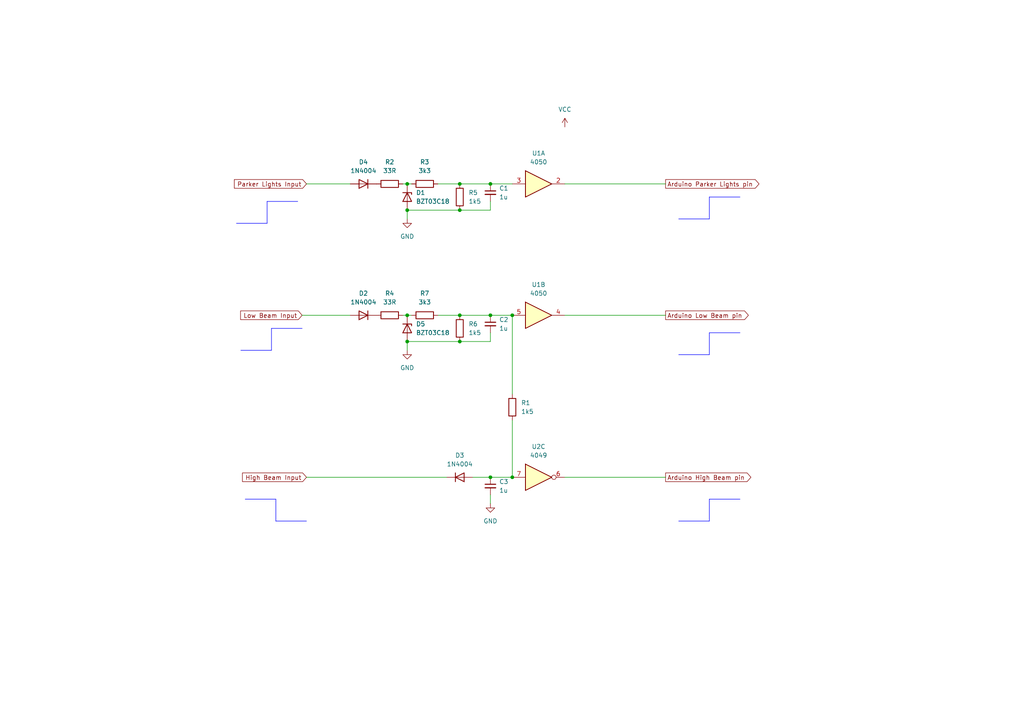
<source format=kicad_sch>
(kicad_sch (version 20230121) (generator eeschema)
  (paper "A4")
  (lib_symbols
    (symbol "4xxx:4049" (pin_names (offset 1.016))
      (property "Reference" "U" (at 0 1.27 0))
      (property "Value" "4049" (at 0 -1.27 0))
      (symbol "4049_1_0"
        (polyline (pts (xy -3.81 3.81) (xy -3.81 -3.81) (xy 3.81 0) (xy -3.81 3.81)) (stroke (width 0.254)) (fill (type background)))
        (pin output inverted (at 7.62 0 180) (length 3.81) (name "~") (number "2"))
        (pin input line (at -7.62 0 0) (length 3.81) (name "~") (number "3"))
      )
      (symbol "4049_2_0"
        (polyline (pts (xy -3.81 3.81) (xy -3.81 -3.81) (xy 3.81 0) (xy -3.81 3.81)) (stroke (width 0.254)) (fill (type background)))
        (pin output inverted (at 7.62 0 180) (length 3.81) (name "~") (number "4"))
        (pin input line (at -7.62 0 0) (length 3.81) (name "~") (number "5"))
      )
      (symbol "4049_3_0"
        (polyline (pts (xy -3.81 3.81) (xy -3.81 -3.81) (xy 3.81 0) (xy -3.81 3.81)) (stroke (width 0.254)) (fill (type background)))
        (pin output inverted (at 7.62 0 180) (length 3.81) (name "~") (number "6"))
        (pin input line (at -7.62 0 0) (length 3.81) (name "~") (number "7"))
      )
      (symbol "4049_4_0"
        (polyline (pts (xy -3.81 3.81) (xy -3.81 -3.81) (xy 3.81 0) (xy -3.81 3.81)) (stroke (width 0.254)) (fill (type background)))
        (pin output inverted (at 7.62 0 180) (length 3.81) (name "~") (number "10"))
        (pin input line (at -7.62 0 0) (length 3.81) (name "~") (number "9"))
      )
      (symbol "4049_5_0"
        (polyline (pts (xy -3.81 3.81) (xy -3.81 -3.81) (xy 3.81 0) (xy -3.81 3.81)) (stroke (width 0.254)) (fill (type background)))
        (pin input line (at -7.62 0 0) (length 3.81) (name "~") (number "11"))
        (pin output inverted (at 7.62 0 180) (length 3.81) (name "~") (number "12"))
      )
      (symbol "4049_6_0"
        (polyline (pts (xy -3.81 3.81) (xy -3.81 -3.81) (xy 3.81 0) (xy -3.81 3.81)) (stroke (width 0.254)) (fill (type background)))
        (pin input line (at -7.62 0 0) (length 3.81) (name "~") (number "14"))
        (pin output inverted (at 7.62 0 180) (length 3.81) (name "~") (number "15"))
      )
      (symbol "4049_7_0"
        (pin power_in line (at 0 12.7 270) (length 5.08) (name "VCC") (number "1"))
        (pin power_in line (at 0 -12.7 90) (length 5.08) (name "VSS") (number "8"))
      )
      (symbol "4049_7_1"
        (rectangle (start -5.08 7.62) (end 5.08 -7.62) (stroke (width 0.254)) (fill (type background)))
      )
    )
    (symbol "4xxx:4050" (pin_names (offset 1.016))
      (property "Reference" "U" (at 0 1.27 0))
      (property "Value" "4050" (at 0 -1.27 0))
      (symbol "4050_1_0"
        (polyline (pts (xy -3.81 3.81) (xy -3.81 -3.81) (xy 3.81 0) (xy -3.81 3.81)) (stroke (width 0.254)) (fill (type background)))
        (pin output line (at 7.62 0 180) (length 3.81) (name "~") (number "2"))
        (pin input line (at -7.62 0 0) (length 3.81) (name "~") (number "3"))
      )
      (symbol "4050_2_0"
        (polyline (pts (xy -3.81 3.81) (xy -3.81 -3.81) (xy 3.81 0) (xy -3.81 3.81)) (stroke (width 0.254)) (fill (type background)))
        (pin output line (at 7.62 0 180) (length 3.81) (name "~") (number "4"))
        (pin input line (at -7.62 0 0) (length 3.81) (name "~") (number "5"))
      )
      (symbol "4050_3_0"
        (polyline (pts (xy -3.81 3.81) (xy -3.81 -3.81) (xy 3.81 0) (xy -3.81 3.81)) (stroke (width 0.254)) (fill (type background)))
        (pin output line (at 7.62 0 180) (length 3.81) (name "~") (number "6"))
        (pin input line (at -7.62 0 0) (length 3.81) (name "~") (number "7"))
      )
      (symbol "4050_4_0"
        (polyline (pts (xy -3.81 3.81) (xy -3.81 -3.81) (xy 3.81 0) (xy -3.81 3.81)) (stroke (width 0.254)) (fill (type background)))
        (pin output line (at 7.62 0 180) (length 3.81) (name "~") (number "10"))
        (pin input line (at -7.62 0 0) (length 3.81) (name "~") (number "9"))
      )
      (symbol "4050_5_0"
        (polyline (pts (xy -3.81 3.81) (xy -3.81 -3.81) (xy 3.81 0) (xy -3.81 3.81)) (stroke (width 0.254)) (fill (type background)))
        (pin input line (at -7.62 0 0) (length 3.81) (name "~") (number "11"))
        (pin output line (at 7.62 0 180) (length 3.81) (name "~") (number "12"))
      )
      (symbol "4050_6_0"
        (polyline (pts (xy -3.81 3.81) (xy -3.81 -3.81) (xy 3.81 0) (xy -3.81 3.81)) (stroke (width 0.254)) (fill (type background)))
        (pin input line (at -7.62 0 0) (length 3.81) (name "~") (number "14"))
        (pin output line (at 7.62 0 180) (length 3.81) (name "~") (number "15"))
      )
      (symbol "4050_7_0"
        (pin power_in line (at 0 12.7 270) (length 5.08) (name "VCC") (number "1"))
        (pin power_in line (at 0 -12.7 90) (length 5.08) (name "VSS") (number "8"))
      )
      (symbol "4050_7_1"
        (rectangle (start -5.08 7.62) (end 5.08 -7.62) (stroke (width 0.254)) (fill (type background)))
      )
    )
    (symbol "Device:C_Small" (pin_numbers hide) (pin_names (offset 0.254) hide)
      (property "Reference" "C" (at 0.254 1.778 0))
      (property "Value" "C_Small" (at 0.254 -2.032 0))
      (symbol "C_Small_0_1"
        (polyline (pts (xy -1.524 -0.508) (xy 1.524 -0.508)) (stroke (width 0.3302)))
        (polyline (pts (xy -1.524 0.508) (xy 1.524 0.508)) (stroke (width 0.3048)))
      )
      (symbol "C_Small_1_1"
        (pin passive line (at 0 2.54 270) (length 2.032) (name "~") (number "1"))
        (pin passive line (at 0 -2.54 90) (length 2.032) (name "~") (number "2"))
      )
    )
    (symbol "Device:D_Zener" (pin_numbers hide) (pin_names (offset 1.016) hide)
      (property "Reference" "D" (at 0 2.54 0))
      (property "Value" "D_Zener" (at 0 -2.54 0))
      (symbol "D_Zener_0_1"
        (polyline (pts (xy 1.27 0) (xy -1.27 0)))
        (polyline (pts (xy -1.27 -1.27) (xy -1.27 1.27) (xy -0.762 1.27)) (stroke (width 0.254)))
        (polyline (pts (xy 1.27 -1.27) (xy 1.27 1.27) (xy -1.27 0) (xy 1.27 -1.27)) (stroke (width 0.254)))
      )
      (symbol "D_Zener_1_1"
        (pin passive line (at -3.81 0 0) (length 2.54) (name "K") (number "1"))
        (pin passive line (at 3.81 0 180) (length 2.54) (name "A") (number "2"))
      )
    )
    (symbol "Device:R" (pin_numbers hide) (pin_names (offset 0))
      (property "Reference" "R" (at 2.032 0 90))
      (property "Value" "R" (at 0 0 90))
      (symbol "R_0_1"
        (rectangle (start -1.016 -2.54) (end 1.016 2.54) (stroke (width 0.254)))
      )
      (symbol "R_1_1"
        (pin passive line (at 0 3.81 270) (length 1.27) (name "~") (number "1"))
        (pin passive line (at 0 -3.81 90) (length 1.27) (name "~") (number "2"))
      )
    )
    (symbol "Diode:1N4004" (pin_numbers hide) (pin_names hide)
      (property "Reference" "D" (at 0 2.54 0))
      (property "Value" "1N4004" (at 0 -2.54 0))
      (symbol "1N4004_0_1"
        (polyline (pts (xy -1.27 1.27) (xy -1.27 -1.27)) (stroke (width 0.254)))
        (polyline (pts (xy 1.27 0) (xy -1.27 0)))
        (polyline (pts (xy 1.27 1.27) (xy 1.27 -1.27) (xy -1.27 0) (xy 1.27 1.27)) (stroke (width 0.254)))
      )
      (symbol "1N4004_1_1"
        (pin passive line (at -3.81 0 0) (length 2.54) (name "K") (number "1"))
        (pin passive line (at 3.81 0 180) (length 2.54) (name "A") (number "2"))
      )
    )
    (symbol "power:GND" (power) (pin_names (offset 0))
      (property "Value" "GND" (at 0 -3.81 0))
      (symbol "GND_0_1"
        (polyline (pts (xy 0 0) (xy 0 -1.27) (xy 1.27 -1.27) (xy 0 -2.54) (xy -1.27 -1.27) (xy 0 -1.27)))
      )
      (symbol "GND_1_1"
        (pin power_in line (at 0 0 270) (length 0) hide (name "GND") (number "1"))
      )
    )
    (symbol "power:VCC" (power) (pin_names (offset 0))
      (property "Value" "VCC" (at 0 3.81 0))
      (symbol "VCC_0_1"
        (polyline (pts (xy -0.762 1.27) (xy 0 2.54)))
        (polyline (pts (xy 0 0) (xy 0 2.54)))
        (polyline (pts (xy 0 2.54) (xy 0.762 1.27)))
      )
      (symbol "VCC_1_1"
        (pin power_in line (at 0 0 90) (length 0) hide (name "VCC") (number "1"))
      )
    )
  )
  (junction (at 142.24 138.43))
  (junction (at 118.11 91.44))
  (junction (at 148.59 138.43))
  (junction (at 142.24 91.44))
  (junction (at 118.11 60.96))
  (junction (at 133.35 91.44))
  (junction (at 133.35 99.06))
  (junction (at 133.35 53.34))
  (junction (at 142.24 53.34))
  (junction (at 118.11 53.34))
  (junction (at 148.59 91.44))
  (junction (at 118.11 99.06))
  (junction (at 133.35 60.96))
  (wire (pts (xy 88.9 151.13) (xy 80.01 151.13)) (stroke (width 0) (color 0 0 255 1)))
  (wire (pts (xy 77.47 64.77) (xy 77.47 58.42)) (stroke (width 0) (color 0 0 255 1)))
  (wire (pts (xy 127 91.44) (xy 133.35 91.44)))
  (wire (pts (xy 118.11 99.06) (xy 118.11 101.6)))
  (wire (pts (xy 205.74 144.78) (xy 214.63 144.78)) (stroke (width 0) (color 0 0 255 1)))
  (wire (pts (xy 133.35 91.44) (xy 142.24 91.44)))
  (wire (pts (xy 133.35 99.06) (xy 142.24 99.06)))
  (wire (pts (xy 137.16 138.43) (xy 142.24 138.43)))
  (wire (pts (xy 77.47 58.42) (xy 86.36 58.42)) (stroke (width 0) (color 0 0 255 1)))
  (wire (pts (xy 69.85 101.6) (xy 78.74 101.6)) (stroke (width 0) (color 0 0 255 1)))
  (wire (pts (xy 205.74 57.15) (xy 214.63 57.15)) (stroke (width 0) (color 0 0 255 1)))
  (wire (pts (xy 116.84 53.34) (xy 118.11 53.34)))
  (wire (pts (xy 148.59 91.44) (xy 148.59 114.3)))
  (wire (pts (xy 88.9 138.43) (xy 129.54 138.43)))
  (wire (pts (xy 196.85 151.13) (xy 205.74 151.13)) (stroke (width 0) (color 0 0 255 1)))
  (wire (pts (xy 88.9 53.34) (xy 101.6 53.34)))
  (wire (pts (xy 133.35 53.34) (xy 142.24 53.34)))
  (wire (pts (xy 118.11 99.06) (xy 133.35 99.06)))
  (wire (pts (xy 116.84 91.44) (xy 118.11 91.44)))
  (wire (pts (xy 163.83 53.34) (xy 193.04 53.34)))
  (wire (pts (xy 68.58 64.77) (xy 77.47 64.77)) (stroke (width 0) (color 0 0 255 1)))
  (wire (pts (xy 142.24 138.43) (xy 148.59 138.43)))
  (wire (pts (xy 196.85 63.5) (xy 205.74 63.5)) (stroke (width 0) (color 0 0 255 1)))
  (wire (pts (xy 163.83 138.43) (xy 193.04 138.43)))
  (wire (pts (xy 87.63 91.44) (xy 101.6 91.44)))
  (wire (pts (xy 118.11 60.96) (xy 118.11 63.5)))
  (wire (pts (xy 80.01 151.13) (xy 80.01 144.78)) (stroke (width 0) (color 0 0 255 1)))
  (wire (pts (xy 118.11 91.44) (xy 119.38 91.44)))
  (wire (pts (xy 142.24 99.06) (xy 142.24 96.52)))
  (wire (pts (xy 142.24 91.44) (xy 148.59 91.44)))
  (wire (pts (xy 127 53.34) (xy 133.35 53.34)))
  (wire (pts (xy 148.59 121.92) (xy 148.59 138.43)))
  (wire (pts (xy 118.11 53.34) (xy 119.38 53.34)))
  (wire (pts (xy 205.74 151.13) (xy 205.74 144.78)) (stroke (width 0) (color 0 0 255 1)))
  (wire (pts (xy 205.74 102.87) (xy 205.74 96.52)) (stroke (width 0) (color 0 0 255 1)))
  (wire (pts (xy 78.74 95.25) (xy 87.63 95.25)) (stroke (width 0) (color 0 0 255 1)))
  (wire (pts (xy 142.24 60.96) (xy 142.24 58.42)))
  (wire (pts (xy 205.74 96.52) (xy 214.63 96.52)) (stroke (width 0) (color 0 0 255 1)))
  (wire (pts (xy 78.74 101.6) (xy 78.74 95.25)) (stroke (width 0) (color 0 0 255 1)))
  (wire (pts (xy 196.85 102.87) (xy 205.74 102.87)) (stroke (width 0) (color 0 0 255 1)))
  (wire (pts (xy 142.24 143.51) (xy 142.24 146.05)))
  (wire (pts (xy 80.01 144.78) (xy 71.12 144.78)) (stroke (width 0) (color 0 0 255 1)))
  (wire (pts (xy 133.35 60.96) (xy 142.24 60.96)))
  (wire (pts (xy 142.24 53.34) (xy 148.59 53.34)))
  (wire (pts (xy 118.11 60.96) (xy 133.35 60.96)))
  (wire (pts (xy 205.74 63.5) (xy 205.74 57.15)) (stroke (width 0) (color 0 0 255 1)))
  (wire (pts (xy 163.83 91.44) (xy 193.04 91.44)))
  (global_label "Arduino Low Beam pin" (shape output) (at 193.04 91.44 0) (property "Intersheetrefs" "${INTERSHEET_REFS}" (effects hide)))
  (global_label "High Beam Input" (shape input) (at 88.9 138.43 180) (property "Intersheetrefs" "${INTERSHEET_REFS}" (effects hide)))
  (global_label "Parker Lights Input" (shape input) (at 88.9 53.34 180) (property "Intersheetrefs" "${INTERSHEET_REFS}" (effects hide)))
  (global_label "Low Beam Input" (shape input) (at 87.63 91.44 180) (property "Intersheetrefs" "${INTERSHEET_REFS}" (effects hide)))
  (global_label "Arduino Parker Lights pin" (shape output) (at 193.04 53.34 0) (property "Intersheetrefs" "${INTERSHEET_REFS}" (effects hide)))
  (global_label "Arduino High Beam pin" (shape output) (at 193.04 138.43 0) (property "Intersheetrefs" "${INTERSHEET_REFS}" (effects hide)))
  (symbol (lib_id "Device:R") (at 133.35 57.15 0) (unit 1)
    (property "Reference" "R5" (at 135.89 55.88 0) (effects (justify left)))
    (property "Value" "1k5" (at 135.89 58.42 0) (effects (justify left)))
  )
  (symbol (lib_id "Device:R") (at 123.19 91.44 90) (unit 1)
    (property "Reference" "R7" (at 123.19 85.09 90))
    (property "Value" "3k3" (at 123.19 87.63 90))
  )
  (symbol (lib_id "4xxx:4050") (at 156.21 91.44 0) (unit 2)
    (property "Reference" "U1" (at 156.21 82.55 0))
    (property "Value" "4050" (at 156.21 85.09 0))
    (property "Datasheet" "http://www.intersil.com/content/dam/intersil/documents/cd40/cd4050bms.pdf" (effects hide))
  )
  (symbol (lib_id "Device:R") (at 123.19 53.34 90) (unit 1)
    (property "Reference" "R3" (at 123.19 46.99 90))
    (property "Value" "3k3" (at 123.19 49.53 90))
  )
  (symbol (lib_id "Device:C_Small") (at 142.24 93.98 0) (unit 1)
    (property "Reference" "C2" (at 144.78 92.7163 0) (effects (justify left)))
    (property "Value" "1u" (at 144.78 95.2563 0) (effects (justify left)))
  )
  (symbol (lib_id "Device:R") (at 113.03 91.44 90) (unit 1)
    (property "Reference" "R4" (at 113.03 85.09 90))
    (property "Value" "33R" (at 113.03 87.63 90))
  )
  (symbol (lib_id "Device:R") (at 148.59 118.11 0) (unit 1)
    (property "Reference" "R1" (at 151.13 116.84 0) (effects (justify left)))
    (property "Value" "1k5" (at 151.13 119.38 0) (effects (justify left)))
  )
  (symbol (lib_id "Device:R") (at 113.03 53.34 90) (unit 1)
    (property "Reference" "R2" (at 113.03 46.99 90))
    (property "Value" "33R" (at 113.03 49.53 90))
  )
  (symbol (lib_id "power:GND") (at 118.11 63.5 0) (unit 1)
    (property "Reference" "#PWR01" (effects hide))
    (property "Value" "GND" (at 118.11 68.58 0))
  )
  (symbol (lib_id "power:GND") (at 118.11 101.6 0) (unit 1)
    (property "Reference" "#PWR03" (effects hide))
    (property "Value" "GND" (at 118.11 106.68 0))
  )
  (symbol (lib_id "4xxx:4050") (at 156.21 53.34 0) (unit 1)
    (property "Reference" "U1" (at 156.21 44.45 0))
    (property "Value" "4050" (at 156.21 46.99 0))
    (property "Datasheet" "http://www.intersil.com/content/dam/intersil/documents/cd40/cd4050bms.pdf" (effects hide))
  )
  (symbol (lib_id "Diode:1N4004") (at 105.41 53.34 180) (unit 1)
    (property "Reference" "D4" (at 105.41 46.99 0))
    (property "Value" "1N4004" (at 105.41 49.53 0))
    (property "Footprint" "Diode_THT:D_DO-41_SOD81_P10.16mm_Horizontal" (effects hide))
    (property "Datasheet" "http://www.vishay.com/docs/88503/1n4001.pdf" (effects hide))
    (property "Sim.Device" "D" (effects hide))
    (property "Sim.Pins" "1=K 2=A" (effects hide))
  )
  (symbol (lib_id "Diode:1N4004") (at 133.35 138.43 0) (mirror x) (unit 1)
    (property "Reference" "D3" (at 133.35 132.08 0))
    (property "Value" "1N4004" (at 133.35 134.62 0))
    (property "Footprint" "Diode_THT:D_DO-41_SOD81_P10.16mm_Horizontal" (effects hide))
    (property "Datasheet" "http://www.vishay.com/docs/88503/1n4001.pdf" (effects hide))
    (property "Sim.Device" "D" (effects hide))
    (property "Sim.Pins" "1=K 2=A" (effects hide))
  )
  (symbol (lib_id "Diode:1N4004") (at 105.41 91.44 180) (unit 1)
    (property "Reference" "D2" (at 105.41 85.09 0))
    (property "Value" "1N4004" (at 105.41 87.63 0))
    (property "Footprint" "Diode_THT:D_DO-41_SOD81_P10.16mm_Horizontal" (effects hide))
    (property "Datasheet" "http://www.vishay.com/docs/88503/1n4001.pdf" (effects hide))
    (property "Sim.Device" "D" (effects hide))
    (property "Sim.Pins" "1=K 2=A" (effects hide))
  )
  (symbol (lib_id "4xxx:4049") (at 156.21 138.43 0) (unit 3)
    (property "Reference" "U2" (at 156.21 129.54 0))
    (property "Value" "4049" (at 156.21 132.08 0))
    (property "Datasheet" "http://www.intersil.com/content/dam/intersil/documents/cd40/cd4049ubms.pdf" (effects hide))
  )
  (symbol (lib_id "Device:C_Small") (at 142.24 55.88 0) (unit 1)
    (property "Reference" "C1" (at 144.78 54.6163 0) (effects (justify left)))
    (property "Value" "1u" (at 144.78 57.1563 0) (effects (justify left)))
  )
  (symbol (lib_id "Device:R") (at 133.35 95.25 0) (unit 1)
    (property "Reference" "R6" (at 135.89 93.98 0) (effects (justify left)))
    (property "Value" "1k5" (at 135.89 96.52 0) (effects (justify left)))
  )
  (symbol (lib_id "power:GND") (at 142.24 146.05 0) (unit 1)
    (property "Reference" "#PWR02" (effects hide))
    (property "Value" "GND" (at 142.24 151.13 0))
  )
  (symbol (lib_id "power:VCC") (at 163.83 36.83 0) (unit 1)
    (property "Reference" "#PWR08" (effects hide))
    (property "Value" "VCC" (at 163.83 31.75 0))
  )
  (symbol (lib_id "Device:D_Zener") (at 118.11 95.25 270) (unit 1)
    (property "Reference" "D5" (at 120.65 93.98 90) (effects (justify left)))
    (property "Value" "BZT03C18" (at 120.65 96.52 90) (effects (justify left)))
  )
  (symbol (lib_id "Device:D_Zener") (at 118.11 57.15 270) (unit 1)
    (property "Reference" "D1" (at 120.65 55.88 90) (effects (justify left)))
    (property "Value" "BZT03C18" (at 120.65 58.42 90) (effects (justify left)))
  )
  (symbol (lib_id "Device:C_Small") (at 142.24 140.97 0) (unit 1)
    (property "Reference" "C3" (at 144.78 139.7063 0) (effects (justify left)))
    (property "Value" "1u" (at 144.78 142.2463 0) (effects (justify left)))
  )
)
</source>
